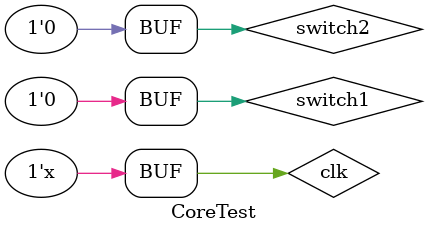
<source format=v>
`timescale 1ns / 1ps


module CoreTest;

	// Inputs
	reg clk;
	reg switch1;
	reg switch2;

	// Outputs
	wire Hsync;
	wire Vsync;
	wire [2:0] red;
	wire [2:0] green;
	wire [1:0] blue;

	// Instantiate the Unit Under Test (UUT)
	VGA_Controller2 uut (
		.clk(clk), 
		.switch1(switch1), 
		.switch2(switch2), 
		.Hsync(Hsync), 
		.Vsync(Vsync), 
		.red(red), 
		.green(green), 
		.blue(blue)
	);

	initial begin
		// Initialize Inputs
		clk = 0;
		switch1 = 0;
		switch2 = 0;

		// Wait 100 ns for global reset to finish
		#100;
        
		// Add stimulus here

	end
   always #10 clk = ~clk;
endmodule


</source>
